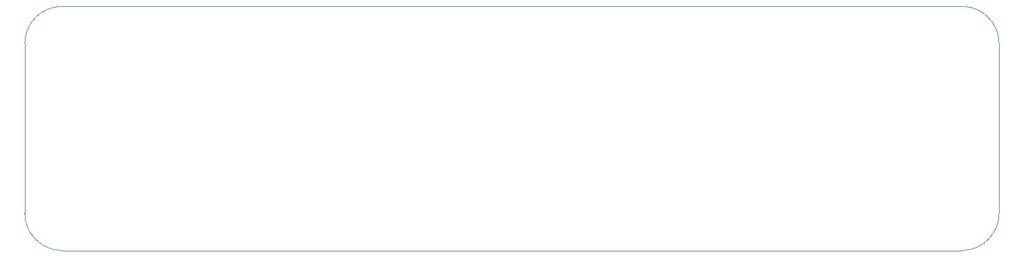
<source format=gm1>
G04 #@! TF.GenerationSoftware,KiCad,Pcbnew,7.0.1*
G04 #@! TF.CreationDate,2023-07-05T16:18:13-05:00*
G04 #@! TF.ProjectId,pn5180 mcp23008 breakout board,706e3531-3830-4206-9d63-703233303038,rev?*
G04 #@! TF.SameCoordinates,Original*
G04 #@! TF.FileFunction,Profile,NP*
%FSLAX46Y46*%
G04 Gerber Fmt 4.6, Leading zero omitted, Abs format (unit mm)*
G04 Created by KiCad (PCBNEW 7.0.1) date 2023-07-05 16:18:13*
%MOMM*%
%LPD*%
G01*
G04 APERTURE LIST*
G04 #@! TA.AperFunction,Profile*
%ADD10C,0.100000*%
G04 #@! TD*
G04 APERTURE END LIST*
D10*
X210693000Y-107950000D02*
X88646000Y-107950000D01*
X83566000Y-79883000D02*
X83566000Y-102870000D01*
X88646000Y-74803000D02*
X210693000Y-74803000D01*
X215773000Y-79883000D02*
X215773000Y-102870000D01*
X215773000Y-79883000D02*
G75*
G03*
X210693000Y-74803000I-5080000J0D01*
G01*
X88646000Y-74803000D02*
G75*
G03*
X83566000Y-79883000I0J-5080000D01*
G01*
X83566000Y-102870000D02*
G75*
G03*
X88646000Y-107950000I5080000J0D01*
G01*
X210693000Y-107950000D02*
G75*
G03*
X215773000Y-102870000I0J5080000D01*
G01*
M02*

</source>
